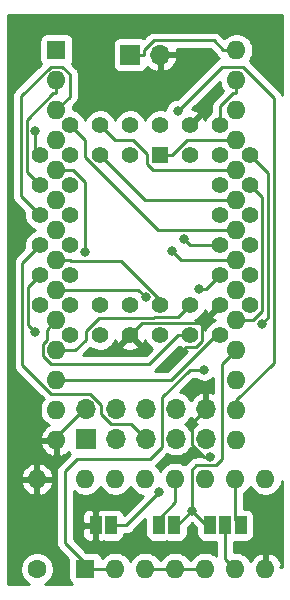
<source format=gbl>
G04 #@! TF.GenerationSoftware,KiCad,Pcbnew,(5.1.9)-1*
G04 #@! TF.CreationDate,2023-07-22T23:25:38+01:00*
G04 #@! TF.ProjectId,ezPLAv2.0,657a504c-4176-4322-9e30-2e6b69636164,v2.0*
G04 #@! TF.SameCoordinates,Original*
G04 #@! TF.FileFunction,Copper,L2,Bot*
G04 #@! TF.FilePolarity,Positive*
%FSLAX46Y46*%
G04 Gerber Fmt 4.6, Leading zero omitted, Abs format (unit mm)*
G04 Created by KiCad (PCBNEW (5.1.9)-1) date 2023-07-22 23:25:38*
%MOMM*%
%LPD*%
G01*
G04 APERTURE LIST*
G04 #@! TA.AperFunction,ComponentPad*
%ADD10R,1.600000X1.600000*%
G04 #@! TD*
G04 #@! TA.AperFunction,ComponentPad*
%ADD11O,1.600000X1.600000*%
G04 #@! TD*
G04 #@! TA.AperFunction,ComponentPad*
%ADD12O,1.700000X1.700000*%
G04 #@! TD*
G04 #@! TA.AperFunction,ComponentPad*
%ADD13R,1.700000X1.700000*%
G04 #@! TD*
G04 #@! TA.AperFunction,ComponentPad*
%ADD14C,1.422400*%
G04 #@! TD*
G04 #@! TA.AperFunction,ComponentPad*
%ADD15R,1.422400X1.422400*%
G04 #@! TD*
G04 #@! TA.AperFunction,ComponentPad*
%ADD16C,1.600000*%
G04 #@! TD*
G04 #@! TA.AperFunction,SMDPad,CuDef*
%ADD17R,1.000000X1.500000*%
G04 #@! TD*
G04 #@! TA.AperFunction,ViaPad*
%ADD18C,0.800000*%
G04 #@! TD*
G04 #@! TA.AperFunction,Conductor*
%ADD19C,0.250000*%
G04 #@! TD*
G04 #@! TA.AperFunction,Conductor*
%ADD20C,0.254000*%
G04 #@! TD*
G04 #@! TA.AperFunction,Conductor*
%ADD21C,0.100000*%
G04 #@! TD*
G04 APERTURE END LIST*
D10*
X140227600Y-102617000D03*
D11*
X155467600Y-135637000D03*
X140227600Y-105157000D03*
X155467600Y-133097000D03*
X140227600Y-107697000D03*
X155467600Y-130557000D03*
X140227600Y-110237000D03*
X155467600Y-128017000D03*
X140227600Y-112777000D03*
X155467600Y-125477000D03*
X140227600Y-115317000D03*
X155467600Y-122937000D03*
X140227600Y-117857000D03*
X155467600Y-120397000D03*
X140227600Y-120397000D03*
X155467600Y-117857000D03*
X140227600Y-122937000D03*
X155467600Y-115317000D03*
X140227600Y-125477000D03*
X155467600Y-112777000D03*
X140227600Y-128017000D03*
X155467600Y-110237000D03*
X140227600Y-130557000D03*
X155467600Y-107697000D03*
X140227600Y-133097000D03*
X155467600Y-105157000D03*
X140227600Y-135637000D03*
X155467600Y-102617000D03*
D12*
X149000000Y-103000000D03*
D13*
X146460000Y-103000000D03*
D14*
X156620000Y-111500000D03*
X156620000Y-114040000D03*
X156620000Y-116580000D03*
X156620000Y-119120000D03*
X156620000Y-121660000D03*
X154080000Y-108960000D03*
X154080000Y-114040000D03*
X154080000Y-116580000D03*
X154080000Y-119120000D03*
X154080000Y-121660000D03*
X154080000Y-124200000D03*
X154080000Y-126740000D03*
X151540000Y-126740000D03*
X149000000Y-126740000D03*
X146460000Y-126740000D03*
X143920000Y-126740000D03*
X141380000Y-126740000D03*
X156620000Y-124200000D03*
X151540000Y-124200000D03*
X149000000Y-124200000D03*
X146460000Y-124200000D03*
X143920000Y-124200000D03*
X141380000Y-124200000D03*
X138840000Y-124200000D03*
X138840000Y-121660000D03*
X138840000Y-119120000D03*
X138840000Y-116580000D03*
X138840000Y-114040000D03*
X138840000Y-111500000D03*
X141380000Y-121660000D03*
X141380000Y-119120000D03*
X141380000Y-116580000D03*
X141380000Y-114040000D03*
X141380000Y-111500000D03*
X151540000Y-108960000D03*
X149000000Y-108960000D03*
X141380000Y-108960000D03*
X143920000Y-108960000D03*
X146460000Y-108960000D03*
X154080000Y-111500000D03*
X151540000Y-111500000D03*
X143920000Y-111500000D03*
X146460000Y-111500000D03*
D15*
X149000000Y-111500000D03*
D13*
X142710000Y-135540000D03*
D12*
X142710000Y-133000000D03*
X145250000Y-135540000D03*
X145250000Y-133000000D03*
X147790000Y-135540000D03*
X147790000Y-133000000D03*
X150330000Y-135540000D03*
X150330000Y-133000000D03*
X152870000Y-135540000D03*
X152870000Y-133000000D03*
D16*
X138575000Y-146575000D03*
D11*
X138575000Y-138955000D03*
D17*
X153215000Y-142850000D03*
X154515000Y-142850000D03*
X155815000Y-142850000D03*
D10*
X142675000Y-146525000D03*
D11*
X157915000Y-138905000D03*
X145215000Y-146525000D03*
X155375000Y-138905000D03*
X147755000Y-146525000D03*
X152835000Y-138905000D03*
X150295000Y-146525000D03*
X150295000Y-138905000D03*
X152835000Y-146525000D03*
X147755000Y-138905000D03*
X155375000Y-146525000D03*
X145215000Y-138905000D03*
X157915000Y-146525000D03*
X142675000Y-138905000D03*
D17*
X143540001Y-142850000D03*
X144840001Y-142850000D03*
X150190001Y-142850000D03*
X148890001Y-142850000D03*
D18*
X151975000Y-130925000D03*
X150075000Y-128925000D03*
X153250000Y-137054975D03*
X140050000Y-145025000D03*
X146350000Y-144625000D03*
X157475000Y-140925000D03*
X138426800Y-126523700D03*
X138428300Y-109478500D03*
X152293200Y-122882000D03*
X147781700Y-123557800D03*
X150036600Y-119628000D03*
X157609100Y-125800400D03*
X142650000Y-119740500D03*
X152725000Y-129675000D03*
X150487100Y-107774200D03*
X151002700Y-118617400D03*
X151675000Y-141624998D03*
X148925000Y-140050000D03*
D19*
X146460000Y-126740000D02*
X147474989Y-125725011D01*
X147474989Y-125725011D02*
X148650224Y-125725011D01*
X148650224Y-125725011D02*
X148671835Y-125703400D01*
X148671835Y-125703400D02*
X152576600Y-125703400D01*
X152576600Y-125703400D02*
X154080000Y-124200000D01*
X151223799Y-127776201D02*
X150075000Y-128925000D01*
X152576201Y-127237377D02*
X152037377Y-127776201D01*
X152037377Y-127776201D02*
X151223799Y-127776201D01*
X152576201Y-125703799D02*
X152576201Y-127237377D01*
X154080000Y-124200000D02*
X152576201Y-125703799D01*
X151694999Y-136065661D02*
X152684315Y-137054975D01*
X151694999Y-134175001D02*
X151694999Y-136065661D01*
X152870000Y-133000000D02*
X151694999Y-134175001D01*
X152684315Y-137054975D02*
X153250000Y-137054975D01*
X142689200Y-133020800D02*
X142710000Y-133000000D01*
X142554200Y-133020800D02*
X142689200Y-133020800D01*
X140227600Y-135347400D02*
X142554200Y-133020800D01*
X140227600Y-135637000D02*
X140227600Y-135347400D01*
X138426800Y-126523700D02*
X137800000Y-125896900D01*
X137800000Y-125896900D02*
X137800000Y-122700000D01*
X137800000Y-122700000D02*
X138840000Y-121660000D01*
X155467600Y-102617000D02*
X154342300Y-102617000D01*
X146460000Y-103000000D02*
X147635300Y-103000000D01*
X147635300Y-103000000D02*
X147635300Y-102632700D01*
X147635300Y-102632700D02*
X148460600Y-101807400D01*
X148460600Y-101807400D02*
X153532700Y-101807400D01*
X153532700Y-101807400D02*
X154342300Y-102617000D01*
X138840000Y-111500000D02*
X138428300Y-111088300D01*
X138428300Y-111088300D02*
X138428300Y-109478500D01*
X138840000Y-119120000D02*
X137349700Y-120610300D01*
X137349700Y-120610300D02*
X137349700Y-129288900D01*
X137349700Y-129288900D02*
X139783300Y-131722500D01*
X139783300Y-131722500D02*
X143098900Y-131722500D01*
X143098900Y-131722500D02*
X144022000Y-132645600D01*
X144022000Y-132645600D02*
X144022000Y-133451900D01*
X144022000Y-133451900D02*
X144840100Y-134270000D01*
X144840100Y-134270000D02*
X146520000Y-134270000D01*
X146520000Y-134270000D02*
X147790000Y-135540000D01*
X154080000Y-121660000D02*
X152858000Y-122882000D01*
X152858000Y-122882000D02*
X152293200Y-122882000D01*
X155467600Y-105157000D02*
X155467600Y-106282300D01*
X154080000Y-108960000D02*
X154080000Y-107388600D01*
X154080000Y-107388600D02*
X155186300Y-106282300D01*
X155186300Y-106282300D02*
X155467600Y-106282300D01*
X149892989Y-130557000D02*
X140227600Y-130557000D01*
X153709989Y-126740000D02*
X149892989Y-130557000D01*
X154080000Y-126740000D02*
X153709989Y-126740000D01*
X149000000Y-111500000D02*
X150036500Y-111500000D01*
X150036500Y-111500000D02*
X151299500Y-110237000D01*
X151299500Y-110237000D02*
X155467600Y-110237000D01*
X141833000Y-128017000D02*
X140227600Y-128017000D01*
X142700000Y-127150000D02*
X141833000Y-128017000D01*
X142700000Y-126425000D02*
X142700000Y-127150000D01*
X143850000Y-125275000D02*
X142700000Y-126425000D01*
X148463824Y-125275000D02*
X143850000Y-125275000D01*
X148502623Y-125236201D02*
X148463824Y-125275000D01*
X150503799Y-125236201D02*
X148502623Y-125236201D01*
X151540000Y-124200000D02*
X150503799Y-125236201D01*
X143920000Y-108960000D02*
X145190000Y-110230000D01*
X145190000Y-110230000D02*
X146697000Y-110230000D01*
X146697000Y-110230000D02*
X147889300Y-111422300D01*
X147889300Y-111422300D02*
X147889300Y-112275400D01*
X147889300Y-112275400D02*
X148390900Y-112777000D01*
X148390900Y-112777000D02*
X155467600Y-112777000D01*
X139101700Y-128500700D02*
X139101700Y-127504800D01*
X139427601Y-126276999D02*
X140227600Y-125477000D01*
X139779900Y-129178900D02*
X139101700Y-128500700D01*
X139427601Y-127178899D02*
X139427601Y-126276999D01*
X139101700Y-127504800D02*
X139427601Y-127178899D01*
X150534212Y-126740000D02*
X148095312Y-129178900D01*
X148095312Y-129178900D02*
X139779900Y-129178900D01*
X151540000Y-126740000D02*
X150534212Y-126740000D01*
X143920000Y-111500000D02*
X147737000Y-115317000D01*
X147737000Y-115317000D02*
X155467600Y-115317000D01*
X141352900Y-122937000D02*
X147160900Y-122937000D01*
X147160900Y-122937000D02*
X147781700Y-123557800D01*
X140227600Y-122937000D02*
X141352900Y-122937000D01*
X141380000Y-108960000D02*
X142650000Y-110230000D01*
X142650000Y-110230000D02*
X142650000Y-111704700D01*
X142650000Y-111704700D02*
X148802300Y-117857000D01*
X148802300Y-117857000D02*
X155467600Y-117857000D01*
X149000000Y-124200000D02*
X149000000Y-123750300D01*
X149000000Y-123750300D02*
X145715500Y-120465800D01*
X145715500Y-120465800D02*
X141421700Y-120465800D01*
X141421700Y-120465800D02*
X141352900Y-120397000D01*
X140227600Y-120397000D02*
X141352900Y-120397000D01*
X155467600Y-120397000D02*
X150805600Y-120397000D01*
X150805600Y-120397000D02*
X150036600Y-119628000D01*
X157609100Y-125800400D02*
X158162800Y-125246700D01*
X158162800Y-125246700D02*
X158162800Y-113042800D01*
X158162800Y-113042800D02*
X156620000Y-111500000D01*
X156620000Y-114040000D02*
X157660900Y-115080900D01*
X157660900Y-115080900D02*
X157660900Y-124673900D01*
X157660900Y-124673900D02*
X156857800Y-125477000D01*
X156857800Y-125477000D02*
X155467600Y-125477000D01*
X140227600Y-112777000D02*
X141599900Y-112777000D01*
X141599900Y-112777000D02*
X142650000Y-113827100D01*
X142650000Y-113827100D02*
X142650000Y-119740500D01*
X142675000Y-146525000D02*
X145215000Y-146525000D01*
X142675000Y-146075000D02*
X141475000Y-144875000D01*
X142675000Y-146525000D02*
X142675000Y-146075000D01*
X140950000Y-144350000D02*
X141475000Y-144875000D01*
X148150000Y-137250000D02*
X141975000Y-137250000D01*
X149150001Y-132024999D02*
X149150001Y-136249999D01*
X140950000Y-138275000D02*
X140950000Y-144350000D01*
X141975000Y-137250000D02*
X140950000Y-138275000D01*
X151500000Y-129675000D02*
X149150001Y-132024999D01*
X149150001Y-136249999D02*
X148150000Y-137250000D01*
X152725000Y-129675000D02*
X151500000Y-129675000D01*
X140227600Y-107697000D02*
X141370000Y-106554600D01*
X141370000Y-106554600D02*
X141370000Y-104670200D01*
X141370000Y-104670200D02*
X140710700Y-104010900D01*
X140710700Y-104010900D02*
X139751200Y-104010900D01*
X139751200Y-104010900D02*
X137252700Y-106509400D01*
X137252700Y-106509400D02*
X137252700Y-114992700D01*
X137252700Y-114992700D02*
X138840000Y-116580000D01*
X154080000Y-119120000D02*
X151505300Y-119120000D01*
X151505300Y-119120000D02*
X151002700Y-118617400D01*
X154232600Y-104028700D02*
X150487100Y-107774200D01*
X156001700Y-104028700D02*
X154232600Y-104028700D01*
X158613100Y-106640100D02*
X156001700Y-104028700D01*
X158613100Y-129084400D02*
X158613100Y-106640100D01*
X155467600Y-132229900D02*
X158613100Y-129084400D01*
X155467600Y-133097000D02*
X155467600Y-132229900D01*
X140227600Y-106282300D02*
X139946300Y-106282300D01*
X139946300Y-106282300D02*
X137703000Y-108525600D01*
X137703000Y-108525600D02*
X137703000Y-112903000D01*
X137703000Y-112903000D02*
X138840000Y-114040000D01*
X140227600Y-105157000D02*
X140227600Y-106282300D01*
X147755000Y-146525000D02*
X150295000Y-146525000D01*
X150295000Y-146525000D02*
X152835000Y-146525000D01*
X154750000Y-146525000D02*
X155375000Y-146525000D01*
X153200000Y-142775000D02*
X153225000Y-142800000D01*
X150190001Y-142850000D02*
X150449998Y-142850000D01*
X150449998Y-142850000D02*
X151675000Y-141624998D01*
X151924998Y-141624998D02*
X151675000Y-141624998D01*
X151675000Y-141624998D02*
X152900002Y-142850000D01*
X151674999Y-138180000D02*
X151675000Y-141624998D01*
X152075000Y-137779999D02*
X151674999Y-138180000D01*
X154250001Y-137273001D02*
X153743003Y-137779999D01*
X153743003Y-137779999D02*
X152075000Y-137779999D01*
X154250001Y-129234599D02*
X154250001Y-137273001D01*
X152900002Y-142850000D02*
X153215000Y-142850000D01*
X155467600Y-128017000D02*
X154250001Y-129234599D01*
X149215001Y-142825000D02*
X149190001Y-142850000D01*
X154515000Y-145665000D02*
X154515000Y-142850000D01*
X155375000Y-146525000D02*
X154515000Y-145665000D01*
X152835000Y-138905000D02*
X153200000Y-139270000D01*
X155375000Y-142410000D02*
X155815000Y-142850000D01*
X155375000Y-138905000D02*
X155375000Y-142410000D01*
X144840001Y-142850000D02*
X146125000Y-142850000D01*
X146125000Y-142850000D02*
X148925000Y-140050000D01*
X150295000Y-138905000D02*
X150224990Y-138975010D01*
X150295000Y-138905000D02*
X150295000Y-139655000D01*
X148739992Y-142465007D02*
X148739992Y-142850000D01*
X150295000Y-140909999D02*
X148739992Y-142465007D01*
X150295000Y-138905000D02*
X150295000Y-140909999D01*
D20*
X159340001Y-106418252D02*
X159318646Y-106347853D01*
X159248074Y-106215824D01*
X159153101Y-106100099D01*
X159124103Y-106076301D01*
X156580899Y-103533097D01*
X156582237Y-103531759D01*
X156739280Y-103296727D01*
X156847453Y-103035574D01*
X156902600Y-102758335D01*
X156902600Y-102475665D01*
X156847453Y-102198426D01*
X156739280Y-101937273D01*
X156582237Y-101702241D01*
X156382359Y-101502363D01*
X156147327Y-101345320D01*
X155886174Y-101237147D01*
X155608935Y-101182000D01*
X155326265Y-101182000D01*
X155049026Y-101237147D01*
X154787873Y-101345320D01*
X154552841Y-101502363D01*
X154427653Y-101627551D01*
X154096503Y-101296402D01*
X154072701Y-101267399D01*
X153956976Y-101172426D01*
X153824947Y-101101854D01*
X153681686Y-101058397D01*
X153570033Y-101047400D01*
X153570022Y-101047400D01*
X153532700Y-101043724D01*
X153495378Y-101047400D01*
X148497922Y-101047400D01*
X148460599Y-101043724D01*
X148423276Y-101047400D01*
X148423267Y-101047400D01*
X148311614Y-101058397D01*
X148168353Y-101101854D01*
X148036324Y-101172426D01*
X148036322Y-101172427D01*
X148036323Y-101172427D01*
X147949596Y-101243601D01*
X147949592Y-101243605D01*
X147920599Y-101267399D01*
X147896805Y-101296392D01*
X147605349Y-101587849D01*
X147554180Y-101560498D01*
X147434482Y-101524188D01*
X147310000Y-101511928D01*
X145610000Y-101511928D01*
X145485518Y-101524188D01*
X145365820Y-101560498D01*
X145255506Y-101619463D01*
X145158815Y-101698815D01*
X145079463Y-101795506D01*
X145020498Y-101905820D01*
X144984188Y-102025518D01*
X144971928Y-102150000D01*
X144971928Y-103850000D01*
X144984188Y-103974482D01*
X145020498Y-104094180D01*
X145079463Y-104204494D01*
X145158815Y-104301185D01*
X145255506Y-104380537D01*
X145365820Y-104439502D01*
X145485518Y-104475812D01*
X145610000Y-104488072D01*
X147310000Y-104488072D01*
X147434482Y-104475812D01*
X147554180Y-104439502D01*
X147664494Y-104380537D01*
X147761185Y-104301185D01*
X147840537Y-104204494D01*
X147899502Y-104094180D01*
X147923966Y-104013534D01*
X147999731Y-104097588D01*
X148233080Y-104271641D01*
X148495901Y-104396825D01*
X148643110Y-104441476D01*
X148873000Y-104320155D01*
X148873000Y-103127000D01*
X149127000Y-103127000D01*
X149127000Y-104320155D01*
X149356890Y-104441476D01*
X149504099Y-104396825D01*
X149766920Y-104271641D01*
X150000269Y-104097588D01*
X150195178Y-103881355D01*
X150344157Y-103631252D01*
X150441481Y-103356891D01*
X150320814Y-103127000D01*
X149127000Y-103127000D01*
X148873000Y-103127000D01*
X148853000Y-103127000D01*
X148853000Y-102873000D01*
X148873000Y-102873000D01*
X148873000Y-102853000D01*
X149127000Y-102853000D01*
X149127000Y-102873000D01*
X150320814Y-102873000D01*
X150441481Y-102643109D01*
X150414625Y-102567400D01*
X153217899Y-102567400D01*
X153778501Y-103128002D01*
X153802299Y-103157001D01*
X153918024Y-103251974D01*
X154011063Y-103301705D01*
X153942361Y-103322545D01*
X153940353Y-103323154D01*
X153808323Y-103393726D01*
X153743286Y-103447101D01*
X153692599Y-103488699D01*
X153668801Y-103517697D01*
X150447299Y-106739200D01*
X150385161Y-106739200D01*
X150185202Y-106778974D01*
X149996844Y-106856995D01*
X149827326Y-106970263D01*
X149683163Y-107114426D01*
X149569895Y-107283944D01*
X149491874Y-107472302D01*
X149452100Y-107672261D01*
X149452100Y-107690149D01*
X149392672Y-107665533D01*
X149132589Y-107613800D01*
X148867411Y-107613800D01*
X148607328Y-107665533D01*
X148362335Y-107767013D01*
X148141847Y-107914338D01*
X147954338Y-108101847D01*
X147807013Y-108322335D01*
X147730000Y-108508260D01*
X147652987Y-108322335D01*
X147505662Y-108101847D01*
X147318153Y-107914338D01*
X147097665Y-107767013D01*
X146852672Y-107665533D01*
X146592589Y-107613800D01*
X146327411Y-107613800D01*
X146067328Y-107665533D01*
X145822335Y-107767013D01*
X145601847Y-107914338D01*
X145414338Y-108101847D01*
X145267013Y-108322335D01*
X145190000Y-108508260D01*
X145112987Y-108322335D01*
X144965662Y-108101847D01*
X144778153Y-107914338D01*
X144557665Y-107767013D01*
X144312672Y-107665533D01*
X144052589Y-107613800D01*
X143787411Y-107613800D01*
X143527328Y-107665533D01*
X143282335Y-107767013D01*
X143061847Y-107914338D01*
X142874338Y-108101847D01*
X142727013Y-108322335D01*
X142650000Y-108508260D01*
X142572987Y-108322335D01*
X142425662Y-108101847D01*
X142238153Y-107914338D01*
X142017665Y-107767013D01*
X141772672Y-107665533D01*
X141662600Y-107643639D01*
X141662600Y-107555665D01*
X141626288Y-107373114D01*
X141881004Y-107118398D01*
X141910001Y-107094601D01*
X142004974Y-106978876D01*
X142075546Y-106846847D01*
X142119003Y-106703586D01*
X142130000Y-106591933D01*
X142130000Y-106591932D01*
X142133677Y-106554600D01*
X142130000Y-106517267D01*
X142130000Y-104707522D01*
X142133676Y-104670199D01*
X142130000Y-104632877D01*
X142130000Y-104632867D01*
X142119003Y-104521214D01*
X142075546Y-104377953D01*
X142035561Y-104303147D01*
X142004974Y-104245923D01*
X141933799Y-104159197D01*
X141910001Y-104130199D01*
X141881002Y-104106400D01*
X141552709Y-103778108D01*
X141558137Y-103771494D01*
X141617102Y-103661180D01*
X141653412Y-103541482D01*
X141665672Y-103417000D01*
X141665672Y-101817000D01*
X141653412Y-101692518D01*
X141617102Y-101572820D01*
X141558137Y-101462506D01*
X141478785Y-101365815D01*
X141382094Y-101286463D01*
X141271780Y-101227498D01*
X141152082Y-101191188D01*
X141027600Y-101178928D01*
X139427600Y-101178928D01*
X139303118Y-101191188D01*
X139183420Y-101227498D01*
X139073106Y-101286463D01*
X138976415Y-101365815D01*
X138897063Y-101462506D01*
X138838098Y-101572820D01*
X138801788Y-101692518D01*
X138789528Y-101817000D01*
X138789528Y-103417000D01*
X138801788Y-103541482D01*
X138838098Y-103661180D01*
X138897063Y-103771494D01*
X138905511Y-103781788D01*
X136741703Y-105945596D01*
X136712699Y-105969399D01*
X136683379Y-106005126D01*
X136617726Y-106085124D01*
X136547865Y-106215823D01*
X136547154Y-106217154D01*
X136503697Y-106360415D01*
X136492700Y-106472068D01*
X136492700Y-106472078D01*
X136489024Y-106509400D01*
X136492700Y-106546722D01*
X136492701Y-114955368D01*
X136489024Y-114992700D01*
X136503698Y-115141685D01*
X136547154Y-115284946D01*
X136617726Y-115416976D01*
X136657948Y-115465986D01*
X136712700Y-115532701D01*
X136741698Y-115556499D01*
X137516830Y-116331631D01*
X137493800Y-116447411D01*
X137493800Y-116712589D01*
X137545533Y-116972672D01*
X137647013Y-117217665D01*
X137794338Y-117438153D01*
X137981847Y-117625662D01*
X138202335Y-117772987D01*
X138388260Y-117850000D01*
X138202335Y-117927013D01*
X137981847Y-118074338D01*
X137794338Y-118261847D01*
X137647013Y-118482335D01*
X137545533Y-118727328D01*
X137493800Y-118987411D01*
X137493800Y-119252589D01*
X137516830Y-119368368D01*
X136838702Y-120046497D01*
X136809699Y-120070299D01*
X136781424Y-120104753D01*
X136714726Y-120186024D01*
X136681591Y-120248015D01*
X136644154Y-120318054D01*
X136600697Y-120461315D01*
X136589700Y-120572968D01*
X136589700Y-120572978D01*
X136586024Y-120610300D01*
X136589700Y-120647622D01*
X136589701Y-129251568D01*
X136586024Y-129288900D01*
X136589701Y-129326233D01*
X136600698Y-129437886D01*
X136613880Y-129481342D01*
X136644154Y-129581146D01*
X136714726Y-129713176D01*
X136784667Y-129798398D01*
X136809700Y-129828901D01*
X136838698Y-129852699D01*
X139140601Y-132154603D01*
X139112963Y-132182241D01*
X138955920Y-132417273D01*
X138847747Y-132678426D01*
X138792600Y-132955665D01*
X138792600Y-133238335D01*
X138847747Y-133515574D01*
X138955920Y-133776727D01*
X139112963Y-134011759D01*
X139312841Y-134211637D01*
X139547873Y-134368680D01*
X139558465Y-134373067D01*
X139372469Y-134484615D01*
X139164081Y-134673586D01*
X138996563Y-134899580D01*
X138876354Y-135153913D01*
X138835696Y-135287961D01*
X138957685Y-135510000D01*
X140100600Y-135510000D01*
X140100600Y-135490000D01*
X140354600Y-135490000D01*
X140354600Y-135510000D01*
X140374600Y-135510000D01*
X140374600Y-135764000D01*
X140354600Y-135764000D01*
X140354600Y-136907624D01*
X140576640Y-137028909D01*
X140841481Y-136934070D01*
X141082731Y-136789385D01*
X141266914Y-136622364D01*
X141270498Y-136634180D01*
X141329463Y-136744494D01*
X141363829Y-136786369D01*
X140439002Y-137711196D01*
X140409999Y-137734999D01*
X140354871Y-137802174D01*
X140315026Y-137850724D01*
X140258997Y-137955546D01*
X140244454Y-137982754D01*
X140200997Y-138126015D01*
X140190000Y-138237668D01*
X140190000Y-138237678D01*
X140186324Y-138275000D01*
X140190000Y-138312323D01*
X140190001Y-144312668D01*
X140186324Y-144350000D01*
X140190001Y-144387333D01*
X140196245Y-144450723D01*
X140200998Y-144498985D01*
X140244454Y-144642246D01*
X140315026Y-144774276D01*
X140386201Y-144861002D01*
X140410000Y-144890001D01*
X140438998Y-144913799D01*
X140963997Y-145438799D01*
X140964002Y-145438803D01*
X141238118Y-145712919D01*
X141236928Y-145725000D01*
X141236928Y-147325000D01*
X141249188Y-147449482D01*
X141285498Y-147569180D01*
X141344463Y-147679494D01*
X141423815Y-147776185D01*
X141501574Y-147840000D01*
X139264724Y-147840000D01*
X139489759Y-147689637D01*
X139689637Y-147489759D01*
X139846680Y-147254727D01*
X139954853Y-146993574D01*
X140010000Y-146716335D01*
X140010000Y-146433665D01*
X139954853Y-146156426D01*
X139846680Y-145895273D01*
X139689637Y-145660241D01*
X139489759Y-145460363D01*
X139254727Y-145303320D01*
X138993574Y-145195147D01*
X138716335Y-145140000D01*
X138433665Y-145140000D01*
X138156426Y-145195147D01*
X137895273Y-145303320D01*
X137660241Y-145460363D01*
X137460363Y-145660241D01*
X137303320Y-145895273D01*
X137195147Y-146156426D01*
X137140000Y-146433665D01*
X137140000Y-146716335D01*
X137195147Y-146993574D01*
X137303320Y-147254727D01*
X137460363Y-147489759D01*
X137660241Y-147689637D01*
X137885276Y-147840000D01*
X136160000Y-147840000D01*
X136160000Y-139304040D01*
X137183091Y-139304040D01*
X137277930Y-139568881D01*
X137422615Y-139810131D01*
X137611586Y-140018519D01*
X137837580Y-140186037D01*
X138091913Y-140306246D01*
X138225961Y-140346904D01*
X138448000Y-140224915D01*
X138448000Y-139082000D01*
X138702000Y-139082000D01*
X138702000Y-140224915D01*
X138924039Y-140346904D01*
X139058087Y-140306246D01*
X139312420Y-140186037D01*
X139538414Y-140018519D01*
X139727385Y-139810131D01*
X139872070Y-139568881D01*
X139966909Y-139304040D01*
X139845624Y-139082000D01*
X138702000Y-139082000D01*
X138448000Y-139082000D01*
X137304376Y-139082000D01*
X137183091Y-139304040D01*
X136160000Y-139304040D01*
X136160000Y-138605960D01*
X137183091Y-138605960D01*
X137304376Y-138828000D01*
X138448000Y-138828000D01*
X138448000Y-137685085D01*
X138702000Y-137685085D01*
X138702000Y-138828000D01*
X139845624Y-138828000D01*
X139966909Y-138605960D01*
X139872070Y-138341119D01*
X139727385Y-138099869D01*
X139538414Y-137891481D01*
X139312420Y-137723963D01*
X139058087Y-137603754D01*
X138924039Y-137563096D01*
X138702000Y-137685085D01*
X138448000Y-137685085D01*
X138225961Y-137563096D01*
X138091913Y-137603754D01*
X137837580Y-137723963D01*
X137611586Y-137891481D01*
X137422615Y-138099869D01*
X137277930Y-138341119D01*
X137183091Y-138605960D01*
X136160000Y-138605960D01*
X136160000Y-135986039D01*
X138835696Y-135986039D01*
X138876354Y-136120087D01*
X138996563Y-136374420D01*
X139164081Y-136600414D01*
X139372469Y-136789385D01*
X139613719Y-136934070D01*
X139878560Y-137028909D01*
X140100600Y-136907624D01*
X140100600Y-135764000D01*
X138957685Y-135764000D01*
X138835696Y-135986039D01*
X136160000Y-135986039D01*
X136160000Y-99660000D01*
X159340001Y-99660000D01*
X159340001Y-106418252D01*
G04 #@! TA.AperFunction,Conductor*
D21*
G36*
X159340001Y-106418252D02*
G01*
X159318646Y-106347853D01*
X159248074Y-106215824D01*
X159153101Y-106100099D01*
X159124103Y-106076301D01*
X156580899Y-103533097D01*
X156582237Y-103531759D01*
X156739280Y-103296727D01*
X156847453Y-103035574D01*
X156902600Y-102758335D01*
X156902600Y-102475665D01*
X156847453Y-102198426D01*
X156739280Y-101937273D01*
X156582237Y-101702241D01*
X156382359Y-101502363D01*
X156147327Y-101345320D01*
X155886174Y-101237147D01*
X155608935Y-101182000D01*
X155326265Y-101182000D01*
X155049026Y-101237147D01*
X154787873Y-101345320D01*
X154552841Y-101502363D01*
X154427653Y-101627551D01*
X154096503Y-101296402D01*
X154072701Y-101267399D01*
X153956976Y-101172426D01*
X153824947Y-101101854D01*
X153681686Y-101058397D01*
X153570033Y-101047400D01*
X153570022Y-101047400D01*
X153532700Y-101043724D01*
X153495378Y-101047400D01*
X148497922Y-101047400D01*
X148460599Y-101043724D01*
X148423276Y-101047400D01*
X148423267Y-101047400D01*
X148311614Y-101058397D01*
X148168353Y-101101854D01*
X148036324Y-101172426D01*
X148036322Y-101172427D01*
X148036323Y-101172427D01*
X147949596Y-101243601D01*
X147949592Y-101243605D01*
X147920599Y-101267399D01*
X147896805Y-101296392D01*
X147605349Y-101587849D01*
X147554180Y-101560498D01*
X147434482Y-101524188D01*
X147310000Y-101511928D01*
X145610000Y-101511928D01*
X145485518Y-101524188D01*
X145365820Y-101560498D01*
X145255506Y-101619463D01*
X145158815Y-101698815D01*
X145079463Y-101795506D01*
X145020498Y-101905820D01*
X144984188Y-102025518D01*
X144971928Y-102150000D01*
X144971928Y-103850000D01*
X144984188Y-103974482D01*
X145020498Y-104094180D01*
X145079463Y-104204494D01*
X145158815Y-104301185D01*
X145255506Y-104380537D01*
X145365820Y-104439502D01*
X145485518Y-104475812D01*
X145610000Y-104488072D01*
X147310000Y-104488072D01*
X147434482Y-104475812D01*
X147554180Y-104439502D01*
X147664494Y-104380537D01*
X147761185Y-104301185D01*
X147840537Y-104204494D01*
X147899502Y-104094180D01*
X147923966Y-104013534D01*
X147999731Y-104097588D01*
X148233080Y-104271641D01*
X148495901Y-104396825D01*
X148643110Y-104441476D01*
X148873000Y-104320155D01*
X148873000Y-103127000D01*
X149127000Y-103127000D01*
X149127000Y-104320155D01*
X149356890Y-104441476D01*
X149504099Y-104396825D01*
X149766920Y-104271641D01*
X150000269Y-104097588D01*
X150195178Y-103881355D01*
X150344157Y-103631252D01*
X150441481Y-103356891D01*
X150320814Y-103127000D01*
X149127000Y-103127000D01*
X148873000Y-103127000D01*
X148853000Y-103127000D01*
X148853000Y-102873000D01*
X148873000Y-102873000D01*
X148873000Y-102853000D01*
X149127000Y-102853000D01*
X149127000Y-102873000D01*
X150320814Y-102873000D01*
X150441481Y-102643109D01*
X150414625Y-102567400D01*
X153217899Y-102567400D01*
X153778501Y-103128002D01*
X153802299Y-103157001D01*
X153918024Y-103251974D01*
X154011063Y-103301705D01*
X153942361Y-103322545D01*
X153940353Y-103323154D01*
X153808323Y-103393726D01*
X153743286Y-103447101D01*
X153692599Y-103488699D01*
X153668801Y-103517697D01*
X150447299Y-106739200D01*
X150385161Y-106739200D01*
X150185202Y-106778974D01*
X149996844Y-106856995D01*
X149827326Y-106970263D01*
X149683163Y-107114426D01*
X149569895Y-107283944D01*
X149491874Y-107472302D01*
X149452100Y-107672261D01*
X149452100Y-107690149D01*
X149392672Y-107665533D01*
X149132589Y-107613800D01*
X148867411Y-107613800D01*
X148607328Y-107665533D01*
X148362335Y-107767013D01*
X148141847Y-107914338D01*
X147954338Y-108101847D01*
X147807013Y-108322335D01*
X147730000Y-108508260D01*
X147652987Y-108322335D01*
X147505662Y-108101847D01*
X147318153Y-107914338D01*
X147097665Y-107767013D01*
X146852672Y-107665533D01*
X146592589Y-107613800D01*
X146327411Y-107613800D01*
X146067328Y-107665533D01*
X145822335Y-107767013D01*
X145601847Y-107914338D01*
X145414338Y-108101847D01*
X145267013Y-108322335D01*
X145190000Y-108508260D01*
X145112987Y-108322335D01*
X144965662Y-108101847D01*
X144778153Y-107914338D01*
X144557665Y-107767013D01*
X144312672Y-107665533D01*
X144052589Y-107613800D01*
X143787411Y-107613800D01*
X143527328Y-107665533D01*
X143282335Y-107767013D01*
X143061847Y-107914338D01*
X142874338Y-108101847D01*
X142727013Y-108322335D01*
X142650000Y-108508260D01*
X142572987Y-108322335D01*
X142425662Y-108101847D01*
X142238153Y-107914338D01*
X142017665Y-107767013D01*
X141772672Y-107665533D01*
X141662600Y-107643639D01*
X141662600Y-107555665D01*
X141626288Y-107373114D01*
X141881004Y-107118398D01*
X141910001Y-107094601D01*
X142004974Y-106978876D01*
X142075546Y-106846847D01*
X142119003Y-106703586D01*
X142130000Y-106591933D01*
X142130000Y-106591932D01*
X142133677Y-106554600D01*
X142130000Y-106517267D01*
X142130000Y-104707522D01*
X142133676Y-104670199D01*
X142130000Y-104632877D01*
X142130000Y-104632867D01*
X142119003Y-104521214D01*
X142075546Y-104377953D01*
X142035561Y-104303147D01*
X142004974Y-104245923D01*
X141933799Y-104159197D01*
X141910001Y-104130199D01*
X141881002Y-104106400D01*
X141552709Y-103778108D01*
X141558137Y-103771494D01*
X141617102Y-103661180D01*
X141653412Y-103541482D01*
X141665672Y-103417000D01*
X141665672Y-101817000D01*
X141653412Y-101692518D01*
X141617102Y-101572820D01*
X141558137Y-101462506D01*
X141478785Y-101365815D01*
X141382094Y-101286463D01*
X141271780Y-101227498D01*
X141152082Y-101191188D01*
X141027600Y-101178928D01*
X139427600Y-101178928D01*
X139303118Y-101191188D01*
X139183420Y-101227498D01*
X139073106Y-101286463D01*
X138976415Y-101365815D01*
X138897063Y-101462506D01*
X138838098Y-101572820D01*
X138801788Y-101692518D01*
X138789528Y-101817000D01*
X138789528Y-103417000D01*
X138801788Y-103541482D01*
X138838098Y-103661180D01*
X138897063Y-103771494D01*
X138905511Y-103781788D01*
X136741703Y-105945596D01*
X136712699Y-105969399D01*
X136683379Y-106005126D01*
X136617726Y-106085124D01*
X136547865Y-106215823D01*
X136547154Y-106217154D01*
X136503697Y-106360415D01*
X136492700Y-106472068D01*
X136492700Y-106472078D01*
X136489024Y-106509400D01*
X136492700Y-106546722D01*
X136492701Y-114955368D01*
X136489024Y-114992700D01*
X136503698Y-115141685D01*
X136547154Y-115284946D01*
X136617726Y-115416976D01*
X136657948Y-115465986D01*
X136712700Y-115532701D01*
X136741698Y-115556499D01*
X137516830Y-116331631D01*
X137493800Y-116447411D01*
X137493800Y-116712589D01*
X137545533Y-116972672D01*
X137647013Y-117217665D01*
X137794338Y-117438153D01*
X137981847Y-117625662D01*
X138202335Y-117772987D01*
X138388260Y-117850000D01*
X138202335Y-117927013D01*
X137981847Y-118074338D01*
X137794338Y-118261847D01*
X137647013Y-118482335D01*
X137545533Y-118727328D01*
X137493800Y-118987411D01*
X137493800Y-119252589D01*
X137516830Y-119368368D01*
X136838702Y-120046497D01*
X136809699Y-120070299D01*
X136781424Y-120104753D01*
X136714726Y-120186024D01*
X136681591Y-120248015D01*
X136644154Y-120318054D01*
X136600697Y-120461315D01*
X136589700Y-120572968D01*
X136589700Y-120572978D01*
X136586024Y-120610300D01*
X136589700Y-120647622D01*
X136589701Y-129251568D01*
X136586024Y-129288900D01*
X136589701Y-129326233D01*
X136600698Y-129437886D01*
X136613880Y-129481342D01*
X136644154Y-129581146D01*
X136714726Y-129713176D01*
X136784667Y-129798398D01*
X136809700Y-129828901D01*
X136838698Y-129852699D01*
X139140601Y-132154603D01*
X139112963Y-132182241D01*
X138955920Y-132417273D01*
X138847747Y-132678426D01*
X138792600Y-132955665D01*
X138792600Y-133238335D01*
X138847747Y-133515574D01*
X138955920Y-133776727D01*
X139112963Y-134011759D01*
X139312841Y-134211637D01*
X139547873Y-134368680D01*
X139558465Y-134373067D01*
X139372469Y-134484615D01*
X139164081Y-134673586D01*
X138996563Y-134899580D01*
X138876354Y-135153913D01*
X138835696Y-135287961D01*
X138957685Y-135510000D01*
X140100600Y-135510000D01*
X140100600Y-135490000D01*
X140354600Y-135490000D01*
X140354600Y-135510000D01*
X140374600Y-135510000D01*
X140374600Y-135764000D01*
X140354600Y-135764000D01*
X140354600Y-136907624D01*
X140576640Y-137028909D01*
X140841481Y-136934070D01*
X141082731Y-136789385D01*
X141266914Y-136622364D01*
X141270498Y-136634180D01*
X141329463Y-136744494D01*
X141363829Y-136786369D01*
X140439002Y-137711196D01*
X140409999Y-137734999D01*
X140354871Y-137802174D01*
X140315026Y-137850724D01*
X140258997Y-137955546D01*
X140244454Y-137982754D01*
X140200997Y-138126015D01*
X140190000Y-138237668D01*
X140190000Y-138237678D01*
X140186324Y-138275000D01*
X140190000Y-138312323D01*
X140190001Y-144312668D01*
X140186324Y-144350000D01*
X140190001Y-144387333D01*
X140196245Y-144450723D01*
X140200998Y-144498985D01*
X140244454Y-144642246D01*
X140315026Y-144774276D01*
X140386201Y-144861002D01*
X140410000Y-144890001D01*
X140438998Y-144913799D01*
X140963997Y-145438799D01*
X140964002Y-145438803D01*
X141238118Y-145712919D01*
X141236928Y-145725000D01*
X141236928Y-147325000D01*
X141249188Y-147449482D01*
X141285498Y-147569180D01*
X141344463Y-147679494D01*
X141423815Y-147776185D01*
X141501574Y-147840000D01*
X139264724Y-147840000D01*
X139489759Y-147689637D01*
X139689637Y-147489759D01*
X139846680Y-147254727D01*
X139954853Y-146993574D01*
X140010000Y-146716335D01*
X140010000Y-146433665D01*
X139954853Y-146156426D01*
X139846680Y-145895273D01*
X139689637Y-145660241D01*
X139489759Y-145460363D01*
X139254727Y-145303320D01*
X138993574Y-145195147D01*
X138716335Y-145140000D01*
X138433665Y-145140000D01*
X138156426Y-145195147D01*
X137895273Y-145303320D01*
X137660241Y-145460363D01*
X137460363Y-145660241D01*
X137303320Y-145895273D01*
X137195147Y-146156426D01*
X137140000Y-146433665D01*
X137140000Y-146716335D01*
X137195147Y-146993574D01*
X137303320Y-147254727D01*
X137460363Y-147489759D01*
X137660241Y-147689637D01*
X137885276Y-147840000D01*
X136160000Y-147840000D01*
X136160000Y-139304040D01*
X137183091Y-139304040D01*
X137277930Y-139568881D01*
X137422615Y-139810131D01*
X137611586Y-140018519D01*
X137837580Y-140186037D01*
X138091913Y-140306246D01*
X138225961Y-140346904D01*
X138448000Y-140224915D01*
X138448000Y-139082000D01*
X138702000Y-139082000D01*
X138702000Y-140224915D01*
X138924039Y-140346904D01*
X139058087Y-140306246D01*
X139312420Y-140186037D01*
X139538414Y-140018519D01*
X139727385Y-139810131D01*
X139872070Y-139568881D01*
X139966909Y-139304040D01*
X139845624Y-139082000D01*
X138702000Y-139082000D01*
X138448000Y-139082000D01*
X137304376Y-139082000D01*
X137183091Y-139304040D01*
X136160000Y-139304040D01*
X136160000Y-138605960D01*
X137183091Y-138605960D01*
X137304376Y-138828000D01*
X138448000Y-138828000D01*
X138448000Y-137685085D01*
X138702000Y-137685085D01*
X138702000Y-138828000D01*
X139845624Y-138828000D01*
X139966909Y-138605960D01*
X139872070Y-138341119D01*
X139727385Y-138099869D01*
X139538414Y-137891481D01*
X139312420Y-137723963D01*
X139058087Y-137603754D01*
X138924039Y-137563096D01*
X138702000Y-137685085D01*
X138448000Y-137685085D01*
X138225961Y-137563096D01*
X138091913Y-137603754D01*
X137837580Y-137723963D01*
X137611586Y-137891481D01*
X137422615Y-138099869D01*
X137277930Y-138341119D01*
X137183091Y-138605960D01*
X136160000Y-138605960D01*
X136160000Y-135986039D01*
X138835696Y-135986039D01*
X138876354Y-136120087D01*
X138996563Y-136374420D01*
X139164081Y-136600414D01*
X139372469Y-136789385D01*
X139613719Y-136934070D01*
X139878560Y-137028909D01*
X140100600Y-136907624D01*
X140100600Y-135764000D01*
X138957685Y-135764000D01*
X138835696Y-135986039D01*
X136160000Y-135986039D01*
X136160000Y-99660000D01*
X159340001Y-99660000D01*
X159340001Y-106418252D01*
G37*
G04 #@! TD.AperFunction*
D20*
X159340000Y-146397998D02*
X159185625Y-146397998D01*
X159306909Y-146175960D01*
X159212070Y-145911119D01*
X159067385Y-145669869D01*
X158878414Y-145461481D01*
X158652420Y-145293963D01*
X158398087Y-145173754D01*
X158264039Y-145133096D01*
X158042000Y-145255085D01*
X158042000Y-146398000D01*
X158062000Y-146398000D01*
X158062000Y-146652000D01*
X158042000Y-146652000D01*
X158042000Y-146672000D01*
X157788000Y-146672000D01*
X157788000Y-146652000D01*
X157768000Y-146652000D01*
X157768000Y-146398000D01*
X157788000Y-146398000D01*
X157788000Y-145255085D01*
X157565961Y-145133096D01*
X157431913Y-145173754D01*
X157177580Y-145293963D01*
X156951586Y-145461481D01*
X156762615Y-145669869D01*
X156651067Y-145855865D01*
X156646680Y-145845273D01*
X156489637Y-145610241D01*
X156289759Y-145410363D01*
X156054727Y-145253320D01*
X155793574Y-145145147D01*
X155516335Y-145090000D01*
X155275000Y-145090000D01*
X155275000Y-144234132D01*
X155315000Y-144238072D01*
X156315000Y-144238072D01*
X156439482Y-144225812D01*
X156559180Y-144189502D01*
X156669494Y-144130537D01*
X156766185Y-144051185D01*
X156845537Y-143954494D01*
X156904502Y-143844180D01*
X156940812Y-143724482D01*
X156953072Y-143600000D01*
X156953072Y-142100000D01*
X156940812Y-141975518D01*
X156904502Y-141855820D01*
X156845537Y-141745506D01*
X156766185Y-141648815D01*
X156669494Y-141569463D01*
X156559180Y-141510498D01*
X156439482Y-141474188D01*
X156315000Y-141461928D01*
X156135000Y-141461928D01*
X156135000Y-140123043D01*
X156289759Y-140019637D01*
X156489637Y-139819759D01*
X156645000Y-139587241D01*
X156800363Y-139819759D01*
X157000241Y-140019637D01*
X157235273Y-140176680D01*
X157496426Y-140284853D01*
X157773665Y-140340000D01*
X158056335Y-140340000D01*
X158333574Y-140284853D01*
X158594727Y-140176680D01*
X158829759Y-140019637D01*
X159029637Y-139819759D01*
X159186680Y-139584727D01*
X159294853Y-139323574D01*
X159340000Y-139096607D01*
X159340000Y-146397998D01*
G04 #@! TA.AperFunction,Conductor*
D21*
G36*
X159340000Y-146397998D02*
G01*
X159185625Y-146397998D01*
X159306909Y-146175960D01*
X159212070Y-145911119D01*
X159067385Y-145669869D01*
X158878414Y-145461481D01*
X158652420Y-145293963D01*
X158398087Y-145173754D01*
X158264039Y-145133096D01*
X158042000Y-145255085D01*
X158042000Y-146398000D01*
X158062000Y-146398000D01*
X158062000Y-146652000D01*
X158042000Y-146652000D01*
X158042000Y-146672000D01*
X157788000Y-146672000D01*
X157788000Y-146652000D01*
X157768000Y-146652000D01*
X157768000Y-146398000D01*
X157788000Y-146398000D01*
X157788000Y-145255085D01*
X157565961Y-145133096D01*
X157431913Y-145173754D01*
X157177580Y-145293963D01*
X156951586Y-145461481D01*
X156762615Y-145669869D01*
X156651067Y-145855865D01*
X156646680Y-145845273D01*
X156489637Y-145610241D01*
X156289759Y-145410363D01*
X156054727Y-145253320D01*
X155793574Y-145145147D01*
X155516335Y-145090000D01*
X155275000Y-145090000D01*
X155275000Y-144234132D01*
X155315000Y-144238072D01*
X156315000Y-144238072D01*
X156439482Y-144225812D01*
X156559180Y-144189502D01*
X156669494Y-144130537D01*
X156766185Y-144051185D01*
X156845537Y-143954494D01*
X156904502Y-143844180D01*
X156940812Y-143724482D01*
X156953072Y-143600000D01*
X156953072Y-142100000D01*
X156940812Y-141975518D01*
X156904502Y-141855820D01*
X156845537Y-141745506D01*
X156766185Y-141648815D01*
X156669494Y-141569463D01*
X156559180Y-141510498D01*
X156439482Y-141474188D01*
X156315000Y-141461928D01*
X156135000Y-141461928D01*
X156135000Y-140123043D01*
X156289759Y-140019637D01*
X156489637Y-139819759D01*
X156645000Y-139587241D01*
X156800363Y-139819759D01*
X157000241Y-140019637D01*
X157235273Y-140176680D01*
X157496426Y-140284853D01*
X157773665Y-140340000D01*
X158056335Y-140340000D01*
X158333574Y-140284853D01*
X158594727Y-140176680D01*
X158829759Y-140019637D01*
X159029637Y-139819759D01*
X159186680Y-139584727D01*
X159294853Y-139323574D01*
X159340000Y-139096607D01*
X159340000Y-146397998D01*
G37*
G04 #@! TD.AperFunction*
D20*
X146640363Y-139819759D02*
X146840241Y-140019637D01*
X147075273Y-140176680D01*
X147336426Y-140284853D01*
X147569069Y-140331129D01*
X145956240Y-141943959D01*
X145929503Y-141855820D01*
X145870538Y-141745506D01*
X145791186Y-141648815D01*
X145694495Y-141569463D01*
X145584181Y-141510498D01*
X145464483Y-141474188D01*
X145340001Y-141461928D01*
X144340001Y-141461928D01*
X144215519Y-141474188D01*
X144190001Y-141481929D01*
X144164483Y-141474188D01*
X144040001Y-141461928D01*
X143825751Y-141465000D01*
X143667001Y-141623750D01*
X143667001Y-142723000D01*
X143687001Y-142723000D01*
X143687001Y-142977000D01*
X143667001Y-142977000D01*
X143667001Y-144076250D01*
X143825751Y-144235000D01*
X144040001Y-144238072D01*
X144164483Y-144225812D01*
X144190001Y-144218071D01*
X144215519Y-144225812D01*
X144340001Y-144238072D01*
X145340001Y-144238072D01*
X145464483Y-144225812D01*
X145584181Y-144189502D01*
X145694495Y-144130537D01*
X145791186Y-144051185D01*
X145870538Y-143954494D01*
X145929503Y-143844180D01*
X145965813Y-143724482D01*
X145977088Y-143610000D01*
X146087678Y-143610000D01*
X146125000Y-143613676D01*
X146162322Y-143610000D01*
X146162333Y-143610000D01*
X146273986Y-143599003D01*
X146417247Y-143555546D01*
X146549276Y-143484974D01*
X146665001Y-143390001D01*
X146688804Y-143360997D01*
X147751929Y-142297872D01*
X147751929Y-143600000D01*
X147764189Y-143724482D01*
X147800499Y-143844180D01*
X147859464Y-143954494D01*
X147938816Y-144051185D01*
X148035507Y-144130537D01*
X148145821Y-144189502D01*
X148265519Y-144225812D01*
X148390001Y-144238072D01*
X149390001Y-144238072D01*
X149514483Y-144225812D01*
X149540001Y-144218071D01*
X149565519Y-144225812D01*
X149690001Y-144238072D01*
X150690001Y-144238072D01*
X150814483Y-144225812D01*
X150934181Y-144189502D01*
X151044495Y-144130537D01*
X151141186Y-144051185D01*
X151220538Y-143954494D01*
X151279503Y-143844180D01*
X151315813Y-143724482D01*
X151328073Y-143600000D01*
X151328073Y-143046727D01*
X151675000Y-142699800D01*
X152076928Y-143101729D01*
X152076928Y-143600000D01*
X152089188Y-143724482D01*
X152125498Y-143844180D01*
X152184463Y-143954494D01*
X152263815Y-144051185D01*
X152360506Y-144130537D01*
X152470820Y-144189502D01*
X152590518Y-144225812D01*
X152715000Y-144238072D01*
X153715000Y-144238072D01*
X153755001Y-144234132D01*
X153755000Y-145415604D01*
X153749759Y-145410363D01*
X153514727Y-145253320D01*
X153253574Y-145145147D01*
X152976335Y-145090000D01*
X152693665Y-145090000D01*
X152416426Y-145145147D01*
X152155273Y-145253320D01*
X151920241Y-145410363D01*
X151720363Y-145610241D01*
X151616957Y-145765000D01*
X151513043Y-145765000D01*
X151409637Y-145610241D01*
X151209759Y-145410363D01*
X150974727Y-145253320D01*
X150713574Y-145145147D01*
X150436335Y-145090000D01*
X150153665Y-145090000D01*
X149876426Y-145145147D01*
X149615273Y-145253320D01*
X149380241Y-145410363D01*
X149180363Y-145610241D01*
X149076957Y-145765000D01*
X148973043Y-145765000D01*
X148869637Y-145610241D01*
X148669759Y-145410363D01*
X148434727Y-145253320D01*
X148173574Y-145145147D01*
X147896335Y-145090000D01*
X147613665Y-145090000D01*
X147336426Y-145145147D01*
X147075273Y-145253320D01*
X146840241Y-145410363D01*
X146640363Y-145610241D01*
X146485000Y-145842759D01*
X146329637Y-145610241D01*
X146129759Y-145410363D01*
X145894727Y-145253320D01*
X145633574Y-145145147D01*
X145356335Y-145090000D01*
X145073665Y-145090000D01*
X144796426Y-145145147D01*
X144535273Y-145253320D01*
X144300241Y-145410363D01*
X144101643Y-145608961D01*
X144100812Y-145600518D01*
X144064502Y-145480820D01*
X144005537Y-145370506D01*
X143926185Y-145273815D01*
X143829494Y-145194463D01*
X143719180Y-145135498D01*
X143599482Y-145099188D01*
X143475000Y-145086928D01*
X142761730Y-145086928D01*
X142038803Y-144364002D01*
X142038799Y-144363997D01*
X141710000Y-144035199D01*
X141710000Y-143600000D01*
X142401929Y-143600000D01*
X142414189Y-143724482D01*
X142450499Y-143844180D01*
X142509464Y-143954494D01*
X142588816Y-144051185D01*
X142685507Y-144130537D01*
X142795821Y-144189502D01*
X142915519Y-144225812D01*
X143040001Y-144238072D01*
X143254251Y-144235000D01*
X143413001Y-144076250D01*
X143413001Y-142977000D01*
X142563751Y-142977000D01*
X142405001Y-143135750D01*
X142401929Y-143600000D01*
X141710000Y-143600000D01*
X141710000Y-142100000D01*
X142401929Y-142100000D01*
X142405001Y-142564250D01*
X142563751Y-142723000D01*
X143413001Y-142723000D01*
X143413001Y-141623750D01*
X143254251Y-141465000D01*
X143040001Y-141461928D01*
X142915519Y-141474188D01*
X142795821Y-141510498D01*
X142685507Y-141569463D01*
X142588816Y-141648815D01*
X142509464Y-141745506D01*
X142450499Y-141855820D01*
X142414189Y-141975518D01*
X142401929Y-142100000D01*
X141710000Y-142100000D01*
X141710000Y-139969396D01*
X141760241Y-140019637D01*
X141995273Y-140176680D01*
X142256426Y-140284853D01*
X142533665Y-140340000D01*
X142816335Y-140340000D01*
X143093574Y-140284853D01*
X143354727Y-140176680D01*
X143589759Y-140019637D01*
X143789637Y-139819759D01*
X143945000Y-139587241D01*
X144100363Y-139819759D01*
X144300241Y-140019637D01*
X144535273Y-140176680D01*
X144796426Y-140284853D01*
X145073665Y-140340000D01*
X145356335Y-140340000D01*
X145633574Y-140284853D01*
X145894727Y-140176680D01*
X146129759Y-140019637D01*
X146329637Y-139819759D01*
X146485000Y-139587241D01*
X146640363Y-139819759D01*
G04 #@! TA.AperFunction,Conductor*
D21*
G36*
X146640363Y-139819759D02*
G01*
X146840241Y-140019637D01*
X147075273Y-140176680D01*
X147336426Y-140284853D01*
X147569069Y-140331129D01*
X145956240Y-141943959D01*
X145929503Y-141855820D01*
X145870538Y-141745506D01*
X145791186Y-141648815D01*
X145694495Y-141569463D01*
X145584181Y-141510498D01*
X145464483Y-141474188D01*
X145340001Y-141461928D01*
X144340001Y-141461928D01*
X144215519Y-141474188D01*
X144190001Y-141481929D01*
X144164483Y-141474188D01*
X144040001Y-141461928D01*
X143825751Y-141465000D01*
X143667001Y-141623750D01*
X143667001Y-142723000D01*
X143687001Y-142723000D01*
X143687001Y-142977000D01*
X143667001Y-142977000D01*
X143667001Y-144076250D01*
X143825751Y-144235000D01*
X144040001Y-144238072D01*
X144164483Y-144225812D01*
X144190001Y-144218071D01*
X144215519Y-144225812D01*
X144340001Y-144238072D01*
X145340001Y-144238072D01*
X145464483Y-144225812D01*
X145584181Y-144189502D01*
X145694495Y-144130537D01*
X145791186Y-144051185D01*
X145870538Y-143954494D01*
X145929503Y-143844180D01*
X145965813Y-143724482D01*
X145977088Y-143610000D01*
X146087678Y-143610000D01*
X146125000Y-143613676D01*
X146162322Y-143610000D01*
X146162333Y-143610000D01*
X146273986Y-143599003D01*
X146417247Y-143555546D01*
X146549276Y-143484974D01*
X146665001Y-143390001D01*
X146688804Y-143360997D01*
X147751929Y-142297872D01*
X147751929Y-143600000D01*
X147764189Y-143724482D01*
X147800499Y-143844180D01*
X147859464Y-143954494D01*
X147938816Y-144051185D01*
X148035507Y-144130537D01*
X148145821Y-144189502D01*
X148265519Y-144225812D01*
X148390001Y-144238072D01*
X149390001Y-144238072D01*
X149514483Y-144225812D01*
X149540001Y-144218071D01*
X149565519Y-144225812D01*
X149690001Y-144238072D01*
X150690001Y-144238072D01*
X150814483Y-144225812D01*
X150934181Y-144189502D01*
X151044495Y-144130537D01*
X151141186Y-144051185D01*
X151220538Y-143954494D01*
X151279503Y-143844180D01*
X151315813Y-143724482D01*
X151328073Y-143600000D01*
X151328073Y-143046727D01*
X151675000Y-142699800D01*
X152076928Y-143101729D01*
X152076928Y-143600000D01*
X152089188Y-143724482D01*
X152125498Y-143844180D01*
X152184463Y-143954494D01*
X152263815Y-144051185D01*
X152360506Y-144130537D01*
X152470820Y-144189502D01*
X152590518Y-144225812D01*
X152715000Y-144238072D01*
X153715000Y-144238072D01*
X153755001Y-144234132D01*
X153755000Y-145415604D01*
X153749759Y-145410363D01*
X153514727Y-145253320D01*
X153253574Y-145145147D01*
X152976335Y-145090000D01*
X152693665Y-145090000D01*
X152416426Y-145145147D01*
X152155273Y-145253320D01*
X151920241Y-145410363D01*
X151720363Y-145610241D01*
X151616957Y-145765000D01*
X151513043Y-145765000D01*
X151409637Y-145610241D01*
X151209759Y-145410363D01*
X150974727Y-145253320D01*
X150713574Y-145145147D01*
X150436335Y-145090000D01*
X150153665Y-145090000D01*
X149876426Y-145145147D01*
X149615273Y-145253320D01*
X149380241Y-145410363D01*
X149180363Y-145610241D01*
X149076957Y-145765000D01*
X148973043Y-145765000D01*
X148869637Y-145610241D01*
X148669759Y-145410363D01*
X148434727Y-145253320D01*
X148173574Y-145145147D01*
X147896335Y-145090000D01*
X147613665Y-145090000D01*
X147336426Y-145145147D01*
X147075273Y-145253320D01*
X146840241Y-145410363D01*
X146640363Y-145610241D01*
X146485000Y-145842759D01*
X146329637Y-145610241D01*
X146129759Y-145410363D01*
X145894727Y-145253320D01*
X145633574Y-145145147D01*
X145356335Y-145090000D01*
X145073665Y-145090000D01*
X144796426Y-145145147D01*
X144535273Y-145253320D01*
X144300241Y-145410363D01*
X144101643Y-145608961D01*
X144100812Y-145600518D01*
X144064502Y-145480820D01*
X144005537Y-145370506D01*
X143926185Y-145273815D01*
X143829494Y-145194463D01*
X143719180Y-145135498D01*
X143599482Y-145099188D01*
X143475000Y-145086928D01*
X142761730Y-145086928D01*
X142038803Y-144364002D01*
X142038799Y-144363997D01*
X141710000Y-144035199D01*
X141710000Y-143600000D01*
X142401929Y-143600000D01*
X142414189Y-143724482D01*
X142450499Y-143844180D01*
X142509464Y-143954494D01*
X142588816Y-144051185D01*
X142685507Y-144130537D01*
X142795821Y-144189502D01*
X142915519Y-144225812D01*
X143040001Y-144238072D01*
X143254251Y-144235000D01*
X143413001Y-144076250D01*
X143413001Y-142977000D01*
X142563751Y-142977000D01*
X142405001Y-143135750D01*
X142401929Y-143600000D01*
X141710000Y-143600000D01*
X141710000Y-142100000D01*
X142401929Y-142100000D01*
X142405001Y-142564250D01*
X142563751Y-142723000D01*
X143413001Y-142723000D01*
X143413001Y-141623750D01*
X143254251Y-141465000D01*
X143040001Y-141461928D01*
X142915519Y-141474188D01*
X142795821Y-141510498D01*
X142685507Y-141569463D01*
X142588816Y-141648815D01*
X142509464Y-141745506D01*
X142450499Y-141855820D01*
X142414189Y-141975518D01*
X142401929Y-142100000D01*
X141710000Y-142100000D01*
X141710000Y-139969396D01*
X141760241Y-140019637D01*
X141995273Y-140176680D01*
X142256426Y-140284853D01*
X142533665Y-140340000D01*
X142816335Y-140340000D01*
X143093574Y-140284853D01*
X143354727Y-140176680D01*
X143589759Y-140019637D01*
X143789637Y-139819759D01*
X143945000Y-139587241D01*
X144100363Y-139819759D01*
X144300241Y-140019637D01*
X144535273Y-140176680D01*
X144796426Y-140284853D01*
X145073665Y-140340000D01*
X145356335Y-140340000D01*
X145633574Y-140284853D01*
X145894727Y-140176680D01*
X146129759Y-140019637D01*
X146329637Y-139819759D01*
X146485000Y-139587241D01*
X146640363Y-139819759D01*
G37*
G04 #@! TD.AperFunction*
D20*
X151716525Y-136486632D02*
X151923368Y-136693475D01*
X152166589Y-136855990D01*
X152436842Y-136967932D01*
X152698598Y-137019999D01*
X152112323Y-137019999D01*
X152075000Y-137016323D01*
X152037677Y-137019999D01*
X152037667Y-137019999D01*
X151926014Y-137030996D01*
X151782753Y-137074453D01*
X151650724Y-137145025D01*
X151534999Y-137239998D01*
X151511196Y-137269002D01*
X151163996Y-137616202D01*
X151134998Y-137640000D01*
X151111200Y-137668998D01*
X151081778Y-137704849D01*
X150974727Y-137633320D01*
X150713574Y-137525147D01*
X150436335Y-137470000D01*
X150153665Y-137470000D01*
X149876426Y-137525147D01*
X149615273Y-137633320D01*
X149380241Y-137790363D01*
X149180363Y-137990241D01*
X149025000Y-138222759D01*
X148869637Y-137990241D01*
X148678684Y-137799288D01*
X148690001Y-137790001D01*
X148713804Y-137760998D01*
X149621927Y-136852875D01*
X149626589Y-136855990D01*
X149896842Y-136967932D01*
X150183740Y-137025000D01*
X150476260Y-137025000D01*
X150763158Y-136967932D01*
X151033411Y-136855990D01*
X151276632Y-136693475D01*
X151483475Y-136486632D01*
X151600000Y-136312240D01*
X151716525Y-136486632D01*
G04 #@! TA.AperFunction,Conductor*
D21*
G36*
X151716525Y-136486632D02*
G01*
X151923368Y-136693475D01*
X152166589Y-136855990D01*
X152436842Y-136967932D01*
X152698598Y-137019999D01*
X152112323Y-137019999D01*
X152075000Y-137016323D01*
X152037677Y-137019999D01*
X152037667Y-137019999D01*
X151926014Y-137030996D01*
X151782753Y-137074453D01*
X151650724Y-137145025D01*
X151534999Y-137239998D01*
X151511196Y-137269002D01*
X151163996Y-137616202D01*
X151134998Y-137640000D01*
X151111200Y-137668998D01*
X151081778Y-137704849D01*
X150974727Y-137633320D01*
X150713574Y-137525147D01*
X150436335Y-137470000D01*
X150153665Y-137470000D01*
X149876426Y-137525147D01*
X149615273Y-137633320D01*
X149380241Y-137790363D01*
X149180363Y-137990241D01*
X149025000Y-138222759D01*
X148869637Y-137990241D01*
X148678684Y-137799288D01*
X148690001Y-137790001D01*
X148713804Y-137760998D01*
X149621927Y-136852875D01*
X149626589Y-136855990D01*
X149896842Y-136967932D01*
X150183740Y-137025000D01*
X150476260Y-137025000D01*
X150763158Y-136967932D01*
X151033411Y-136855990D01*
X151276632Y-136693475D01*
X151483475Y-136486632D01*
X151600000Y-136312240D01*
X151716525Y-136486632D01*
G37*
G04 #@! TD.AperFunction*
D20*
X153490002Y-136958198D02*
X153428202Y-137019999D01*
X153041402Y-137019999D01*
X153303158Y-136967932D01*
X153490002Y-136890539D01*
X153490002Y-136958198D01*
G04 #@! TA.AperFunction,Conductor*
D21*
G36*
X153490002Y-136958198D02*
G01*
X153428202Y-137019999D01*
X153041402Y-137019999D01*
X153303158Y-136967932D01*
X153490002Y-136890539D01*
X153490002Y-136958198D01*
G37*
G04 #@! TD.AperFunction*
D20*
X151674822Y-133881355D02*
X151869731Y-134097588D01*
X152099406Y-134268900D01*
X151923368Y-134386525D01*
X151716525Y-134593368D01*
X151600000Y-134767760D01*
X151483475Y-134593368D01*
X151276632Y-134386525D01*
X151102240Y-134270000D01*
X151276632Y-134153475D01*
X151483475Y-133946632D01*
X151605195Y-133764466D01*
X151674822Y-133881355D01*
G04 #@! TA.AperFunction,Conductor*
D21*
G36*
X151674822Y-133881355D02*
G01*
X151869731Y-134097588D01*
X152099406Y-134268900D01*
X151923368Y-134386525D01*
X151716525Y-134593368D01*
X151600000Y-134767760D01*
X151483475Y-134593368D01*
X151276632Y-134386525D01*
X151102240Y-134270000D01*
X151276632Y-134153475D01*
X151483475Y-133946632D01*
X151605195Y-133764466D01*
X151674822Y-133881355D01*
G37*
G04 #@! TD.AperFunction*
D20*
X142837000Y-132873000D02*
X142857000Y-132873000D01*
X142857000Y-133127000D01*
X142837000Y-133127000D01*
X142837000Y-133147000D01*
X142583000Y-133147000D01*
X142583000Y-133127000D01*
X142563000Y-133127000D01*
X142563000Y-132873000D01*
X142583000Y-132873000D01*
X142583000Y-132853000D01*
X142837000Y-132853000D01*
X142837000Y-132873000D01*
G04 #@! TA.AperFunction,Conductor*
D21*
G36*
X142837000Y-132873000D02*
G01*
X142857000Y-132873000D01*
X142857000Y-133127000D01*
X142837000Y-133127000D01*
X142837000Y-133147000D01*
X142583000Y-133147000D01*
X142583000Y-133127000D01*
X142563000Y-133127000D01*
X142563000Y-132873000D01*
X142583000Y-132873000D01*
X142583000Y-132853000D01*
X142837000Y-132853000D01*
X142837000Y-132873000D01*
G37*
G04 #@! TD.AperFunction*
D20*
X153490001Y-131658380D02*
X153374099Y-131603175D01*
X153226890Y-131558524D01*
X152997000Y-131679845D01*
X152997000Y-132873000D01*
X153017000Y-132873000D01*
X153017000Y-133127000D01*
X152997000Y-133127000D01*
X152997000Y-133147000D01*
X152743000Y-133147000D01*
X152743000Y-133127000D01*
X152723000Y-133127000D01*
X152723000Y-132873000D01*
X152743000Y-132873000D01*
X152743000Y-131679845D01*
X152513110Y-131558524D01*
X152365901Y-131603175D01*
X152103080Y-131728359D01*
X151869731Y-131902412D01*
X151674822Y-132118645D01*
X151605195Y-132235534D01*
X151483475Y-132053368D01*
X151276632Y-131846525D01*
X151033411Y-131684010D01*
X150763158Y-131572068D01*
X150691907Y-131557895D01*
X151814803Y-130435000D01*
X152021289Y-130435000D01*
X152065226Y-130478937D01*
X152234744Y-130592205D01*
X152423102Y-130670226D01*
X152623061Y-130710000D01*
X152826939Y-130710000D01*
X153026898Y-130670226D01*
X153215256Y-130592205D01*
X153384774Y-130478937D01*
X153490001Y-130373710D01*
X153490001Y-131658380D01*
G04 #@! TA.AperFunction,Conductor*
D21*
G36*
X153490001Y-131658380D02*
G01*
X153374099Y-131603175D01*
X153226890Y-131558524D01*
X152997000Y-131679845D01*
X152997000Y-132873000D01*
X153017000Y-132873000D01*
X153017000Y-133127000D01*
X152997000Y-133127000D01*
X152997000Y-133147000D01*
X152743000Y-133147000D01*
X152743000Y-133127000D01*
X152723000Y-133127000D01*
X152723000Y-132873000D01*
X152743000Y-132873000D01*
X152743000Y-131679845D01*
X152513110Y-131558524D01*
X152365901Y-131603175D01*
X152103080Y-131728359D01*
X151869731Y-131902412D01*
X151674822Y-132118645D01*
X151605195Y-132235534D01*
X151483475Y-132053368D01*
X151276632Y-131846525D01*
X151033411Y-131684010D01*
X150763158Y-131572068D01*
X150691907Y-131557895D01*
X151814803Y-130435000D01*
X152021289Y-130435000D01*
X152065226Y-130478937D01*
X152234744Y-130592205D01*
X152423102Y-130670226D01*
X152623061Y-130710000D01*
X152826939Y-130710000D01*
X153026898Y-130670226D01*
X153215256Y-130592205D01*
X153384774Y-130478937D01*
X153490001Y-130373710D01*
X153490001Y-131658380D01*
G37*
G04 #@! TD.AperFunction*
D20*
X150681847Y-127785662D02*
X150902335Y-127932987D01*
X151147328Y-128034467D01*
X151308635Y-128066553D01*
X149578188Y-129797000D01*
X148540149Y-129797000D01*
X148635313Y-129718901D01*
X148659116Y-129689897D01*
X150622600Y-127726415D01*
X150681847Y-127785662D01*
G04 #@! TA.AperFunction,Conductor*
D21*
G36*
X150681847Y-127785662D02*
G01*
X150902335Y-127932987D01*
X151147328Y-128034467D01*
X151308635Y-128066553D01*
X149578188Y-129797000D01*
X148540149Y-129797000D01*
X148635313Y-129718901D01*
X148659116Y-129689897D01*
X150622600Y-127726415D01*
X150681847Y-127785662D01*
G37*
G04 #@! TD.AperFunction*
D20*
X146653748Y-126725858D02*
X146639605Y-126740000D01*
X147389273Y-127489668D01*
X147624183Y-127428848D01*
X147732206Y-127197066D01*
X147807013Y-127377665D01*
X147954338Y-127598153D01*
X148141847Y-127785662D01*
X148304840Y-127894570D01*
X147780511Y-128418900D01*
X142505901Y-128418900D01*
X143108181Y-127816621D01*
X143282335Y-127932987D01*
X143527328Y-128034467D01*
X143787411Y-128086200D01*
X144052589Y-128086200D01*
X144312672Y-128034467D01*
X144557665Y-127932987D01*
X144778153Y-127785662D01*
X144894542Y-127669273D01*
X145710332Y-127669273D01*
X145771152Y-127904183D01*
X146011509Y-128016202D01*
X146269102Y-128079176D01*
X146534030Y-128090687D01*
X146796113Y-128050291D01*
X147045280Y-127959542D01*
X147148848Y-127904183D01*
X147209668Y-127669273D01*
X146460000Y-126919605D01*
X145710332Y-127669273D01*
X144894542Y-127669273D01*
X144965662Y-127598153D01*
X145112987Y-127377665D01*
X145190969Y-127189400D01*
X145240458Y-127325280D01*
X145295817Y-127428848D01*
X145530727Y-127489668D01*
X146280395Y-126740000D01*
X146266253Y-126725858D01*
X146445858Y-126546253D01*
X146460000Y-126560395D01*
X146474143Y-126546253D01*
X146653748Y-126725858D01*
G04 #@! TA.AperFunction,Conductor*
D21*
G36*
X146653748Y-126725858D02*
G01*
X146639605Y-126740000D01*
X147389273Y-127489668D01*
X147624183Y-127428848D01*
X147732206Y-127197066D01*
X147807013Y-127377665D01*
X147954338Y-127598153D01*
X148141847Y-127785662D01*
X148304840Y-127894570D01*
X147780511Y-128418900D01*
X142505901Y-128418900D01*
X143108181Y-127816621D01*
X143282335Y-127932987D01*
X143527328Y-128034467D01*
X143787411Y-128086200D01*
X144052589Y-128086200D01*
X144312672Y-128034467D01*
X144557665Y-127932987D01*
X144778153Y-127785662D01*
X144894542Y-127669273D01*
X145710332Y-127669273D01*
X145771152Y-127904183D01*
X146011509Y-128016202D01*
X146269102Y-128079176D01*
X146534030Y-128090687D01*
X146796113Y-128050291D01*
X147045280Y-127959542D01*
X147148848Y-127904183D01*
X147209668Y-127669273D01*
X146460000Y-126919605D01*
X145710332Y-127669273D01*
X144894542Y-127669273D01*
X144965662Y-127598153D01*
X145112987Y-127377665D01*
X145190969Y-127189400D01*
X145240458Y-127325280D01*
X145295817Y-127428848D01*
X145530727Y-127489668D01*
X146280395Y-126740000D01*
X146266253Y-126725858D01*
X146445858Y-126546253D01*
X146460000Y-126560395D01*
X146474143Y-126546253D01*
X146653748Y-126725858D01*
G37*
G04 #@! TD.AperFunction*
D20*
X154273748Y-124185858D02*
X154259605Y-124200000D01*
X154273748Y-124214143D01*
X154094143Y-124393748D01*
X154080000Y-124379605D01*
X153330332Y-125129273D01*
X153391152Y-125364183D01*
X153622934Y-125472206D01*
X153442335Y-125547013D01*
X153221847Y-125694338D01*
X153034338Y-125881847D01*
X152887013Y-126102335D01*
X152810000Y-126288260D01*
X152732987Y-126102335D01*
X152585662Y-125881847D01*
X152398153Y-125694338D01*
X152177665Y-125547013D01*
X151991740Y-125470000D01*
X152177665Y-125392987D01*
X152398153Y-125245662D01*
X152585662Y-125058153D01*
X152732987Y-124837665D01*
X152810969Y-124649400D01*
X152860458Y-124785280D01*
X152915817Y-124888848D01*
X153150727Y-124949668D01*
X153900395Y-124200000D01*
X153886253Y-124185858D01*
X154065858Y-124006253D01*
X154080000Y-124020395D01*
X154094143Y-124006253D01*
X154273748Y-124185858D01*
G04 #@! TA.AperFunction,Conductor*
D21*
G36*
X154273748Y-124185858D02*
G01*
X154259605Y-124200000D01*
X154273748Y-124214143D01*
X154094143Y-124393748D01*
X154080000Y-124379605D01*
X153330332Y-125129273D01*
X153391152Y-125364183D01*
X153622934Y-125472206D01*
X153442335Y-125547013D01*
X153221847Y-125694338D01*
X153034338Y-125881847D01*
X152887013Y-126102335D01*
X152810000Y-126288260D01*
X152732987Y-126102335D01*
X152585662Y-125881847D01*
X152398153Y-125694338D01*
X152177665Y-125547013D01*
X151991740Y-125470000D01*
X152177665Y-125392987D01*
X152398153Y-125245662D01*
X152585662Y-125058153D01*
X152732987Y-124837665D01*
X152810969Y-124649400D01*
X152860458Y-124785280D01*
X152915817Y-124888848D01*
X153150727Y-124949668D01*
X153900395Y-124200000D01*
X153886253Y-124185858D01*
X154065858Y-124006253D01*
X154080000Y-124020395D01*
X154094143Y-124006253D01*
X154273748Y-124185858D01*
G37*
G04 #@! TD.AperFunction*
D20*
X141573748Y-114025858D02*
X141559605Y-114040000D01*
X141573748Y-114054143D01*
X141394143Y-114233748D01*
X141380000Y-114219605D01*
X141365858Y-114233748D01*
X141186253Y-114054143D01*
X141200395Y-114040000D01*
X141186253Y-114025858D01*
X141365858Y-113846253D01*
X141380000Y-113860395D01*
X141394143Y-113846253D01*
X141573748Y-114025858D01*
G04 #@! TA.AperFunction,Conductor*
D21*
G36*
X141573748Y-114025858D02*
G01*
X141559605Y-114040000D01*
X141573748Y-114054143D01*
X141394143Y-114233748D01*
X141380000Y-114219605D01*
X141365858Y-114233748D01*
X141186253Y-114054143D01*
X141200395Y-114040000D01*
X141186253Y-114025858D01*
X141365858Y-113846253D01*
X141380000Y-113860395D01*
X141394143Y-113846253D01*
X141573748Y-114025858D01*
G37*
G04 #@! TD.AperFunction*
D20*
X154087747Y-105575574D02*
X154195920Y-105836727D01*
X154340576Y-106053221D01*
X153568998Y-106824801D01*
X153540000Y-106848599D01*
X153516202Y-106877597D01*
X153516201Y-106877598D01*
X153445026Y-106964324D01*
X153374454Y-107096354D01*
X153330998Y-107239615D01*
X153316324Y-107388600D01*
X153320001Y-107425932D01*
X153320001Y-107848754D01*
X153221847Y-107914338D01*
X153034338Y-108101847D01*
X152887013Y-108322335D01*
X152809031Y-108510600D01*
X152759542Y-108374720D01*
X152704183Y-108271152D01*
X152469273Y-108210332D01*
X151719605Y-108960000D01*
X151733748Y-108974143D01*
X151554143Y-109153748D01*
X151540000Y-109139605D01*
X151525858Y-109153748D01*
X151346253Y-108974143D01*
X151360395Y-108960000D01*
X151346253Y-108945858D01*
X151525858Y-108766253D01*
X151540000Y-108780395D01*
X152289668Y-108030727D01*
X152228848Y-107795817D01*
X151988491Y-107683798D01*
X151730898Y-107620824D01*
X151715928Y-107620174D01*
X154033457Y-105302645D01*
X154087747Y-105575574D01*
G04 #@! TA.AperFunction,Conductor*
D21*
G36*
X154087747Y-105575574D02*
G01*
X154195920Y-105836727D01*
X154340576Y-106053221D01*
X153568998Y-106824801D01*
X153540000Y-106848599D01*
X153516202Y-106877597D01*
X153516201Y-106877598D01*
X153445026Y-106964324D01*
X153374454Y-107096354D01*
X153330998Y-107239615D01*
X153316324Y-107388600D01*
X153320001Y-107425932D01*
X153320001Y-107848754D01*
X153221847Y-107914338D01*
X153034338Y-108101847D01*
X152887013Y-108322335D01*
X152809031Y-108510600D01*
X152759542Y-108374720D01*
X152704183Y-108271152D01*
X152469273Y-108210332D01*
X151719605Y-108960000D01*
X151733748Y-108974143D01*
X151554143Y-109153748D01*
X151540000Y-109139605D01*
X151525858Y-109153748D01*
X151346253Y-108974143D01*
X151360395Y-108960000D01*
X151346253Y-108945858D01*
X151525858Y-108766253D01*
X151540000Y-108780395D01*
X152289668Y-108030727D01*
X152228848Y-107795817D01*
X151988491Y-107683798D01*
X151730898Y-107620824D01*
X151715928Y-107620174D01*
X154033457Y-105302645D01*
X154087747Y-105575574D01*
G37*
G04 #@! TD.AperFunction*
M02*

</source>
